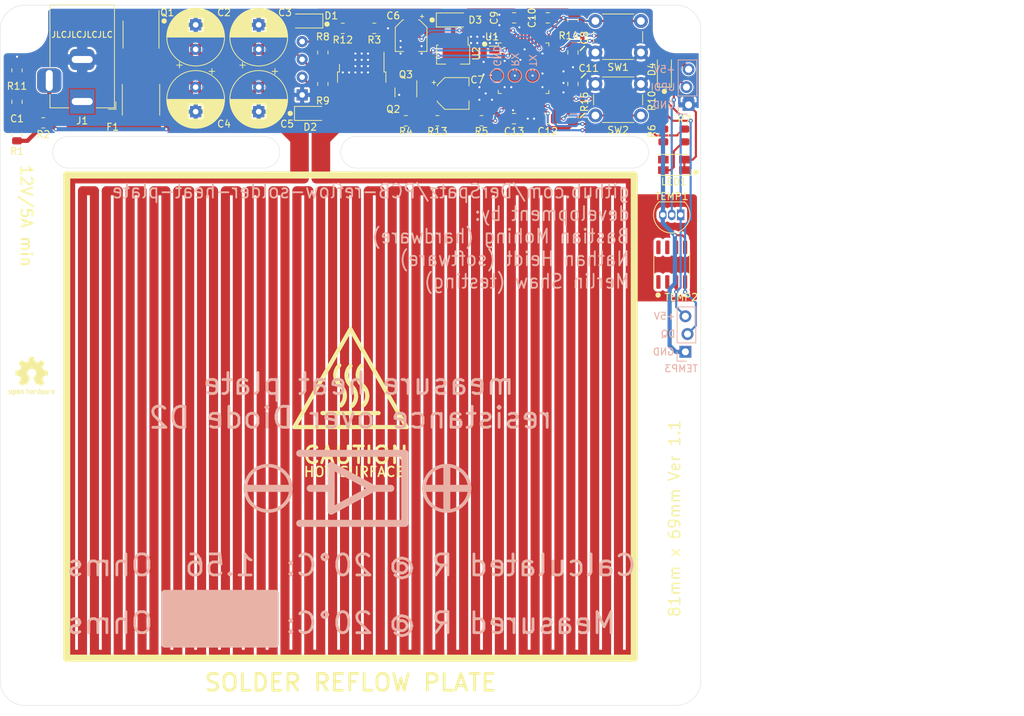
<source format=kicad_pcb>
(kicad_pcb (version 20211014) (generator pcbnew)
  (layers (0 "F.Cu" signal) (31 "B.Cu" signal) (34 "B.Paste" user) (35 "F.Paste" user) (36 "B.SilkS" user "B.Silkscreen") (37 "F.SilkS" user "F.Silkscreen") (38 "B.Mask" user) (39 "F.Mask" user) (44 "Edge.Cuts" user))
  (net 0 "")
  (net 1 "GND")
  (net 2 "+5V")
  (net 3 "VCC")
  (net 4 "/UPDI")
  (net 5 "/VCC-DIV")
  (net 6 "/I2C_SDA")
  (net 7 "/I2C_SCL")
  (net 8 "/GATE")
  (net 9 "HEATPLATE")
  (net 10 "Net-(C6-Pad1)")
  (net 11 "Net-(D2-Pad2)")
  (net 12 "Net-(F1-Pad1)")
  (net 14 "/TX0")
  (net 15 "/RX0")
  (net 27 "Net-(D4-Pad2)")
  (net 28 "Net-(LED1-Pad1)")
  (net 46 "Net-(Q2-Pad1)")
  (net 47 "Net-(Q3-Pad1)")
  (net 48 "Net-(LED1-Pad3)")
  (net 54 "Net-(C1-Pad2)")
  (net 55 "Net-(C1-Pad1)")
  (net 56 "Net-(J1-Pad3)")
  (net 57 "/SW_UP")
  (net 58 "/SW_DN")
  (net 59 "/TDATA_A")
  (net 60 "/TDATA_D")
  (net 61 "/LED_G")
  (net 62 "/LED_R")
  (footprint "Package_SO:SOIC-8_3.9x4.9mm_P1.27mm" (layer "F.Cu") (at 80.1 64.2 -90)
    (fp_text reference "Q1")
    (fp_text value "WSP4409A")
  )
  (footprint "Resistor_SMD:R_0805_2012Metric" (layer "F.Cu") (at 122.4 76.5)
    (fp_text reference "R13")
    (fp_text value "10k")
  )
  (footprint "Package_SO:SOIC-8_3.9x4.9mm_P1.27mm" (layer "F.Cu") (at 155.85 97.05 90)
    (fp_text reference "TEMP2")
    (fp_text value "DS18B20Z")
  )
  (footprint "Package_TO_SOT_SMD:SOT-23" (layer "F.Cu") (at 117.9 72.45 -90)
    (fp_text reference "Q3")
    (fp_text value "SS8050")
  )
  (footprint "Resistor_SMD:R_0805_2012Metric" (layer "F.Cu") (at 106.05 71.25 90)
    (fp_text reference "R9")
    (fp_text value "4k7")
  )
  (footprint "Capacitor_THT:CP_Radial_D8.0mm_P3.50mm" (layer "F.Cu") (at 96.9 71.7 -90)
    (fp_text reference "C5")
    (fp_text value "680u/16V")
  )
  (footprint "Button_Switch_THT:SW_PUSH_6mm" (layer "F.Cu") (at 144.95 62.25)
    (fp_text reference "SW1")
    (fp_text value "SW_Push")
  )
  (footprint "Resistor_SMD:R_0805_2012Metric" (layer "F.Cu") (at 154.65 78.6 -90)
    (fp_text reference "R6")
    (fp_text value "1k")
  )
  (footprint "Capacitor_SMD:CP_Elec_4x5.4" (layer "F.Cu") (at 118.65 64.35 -90)
    (fp_text reference "C6")
    (fp_text value "22u/16V")
  )
  (footprint "Package_TO_SOT_SMD:TO-252-2" (layer "F.Cu") (at 111.6 72 -90)
    (fp_text reference "Q2")
    (fp_text value "IRLR8726TRPBF")
  )
  (footprint "Package_TO_SOT_SMD:SOT-89-3" (layer "F.Cu") (at 124.65 66.75 -90)
    (fp_text reference "U2")
    (fp_text value "AMS1117-5.0")
  )
  (footprint "Connector_BarrelJack:BarrelJack_Horizontal" (layer "F.Cu") (at 71.7075 73.75 -90)
    (fp_text reference "J1")
    (fp_text value "Barrel_Jack_Switch")
  )
  (footprint "Diode_SMD:D_SOD-123" (layer "F.Cu") (at 103.8 62.25 180)
    (fp_text reference "D1")
    (fp_text value "B5819W")
  )
  (footprint "NetTie:NetTie-2_SMD_Pad1.3mm" (layer "F.Cu") (at 101.4 84.8 180)
    (fp_text reference "NT1" hide)
    (fp_text value "NetTie_2")
  )
  (footprint "Capacitor_THT:CP_Radial_D8.0mm_P3.50mm" (layer "F.Cu") (at 96.9 66.3 90)
    (fp_text reference "C3")
    (fp_text value "680u/16V")
  )
  (footprint "Resistor_SMD:R_0805_2012Metric" (layer "F.Cu") (at 154.65 74.4 90)
    (fp_text reference "R10")
    (fp_text value "10k")
  )
  (footprint "Resistor_SMD:R_0805_2012Metric" (layer "F.Cu") (at 157.65 78.6 -90)
    (fp_text reference "R7")
    (fp_text value "1k")
  )
  (footprint "Capacitor_SMD:C_0805_2012Metric" (layer "F.Cu") (at 138.15 76.2 180)
    (fp_text reference "C12")
    (fp_text value "100nF")
  )
  (footprint "Resistor_SMD:R_0805_2012Metric" (layer "F.Cu") (at 141.75 62.1 90)
    (fp_text reference "R14")
    (fp_text value "10k")
  )
  (footprint "Resistor_SMD:R_0805_2012Metric" (layer "F.Cu") (at 141.75 75.9 -90)
    (fp_text reference "R15")
    (fp_text value "10k")
  )
  (footprint "Button_Switch_THT:SW_PUSH_6mm" (layer "F.Cu") (at 151.45 75.75 180)
    (fp_text reference "SW2")
    (fp_text value "SW_Push")
  )
  (footprint "Package_QFP:TQFP-48_7x7mm_P0.5mm" (layer "F.Cu") (at 134.7 69)
    (fp_text reference "U1")
    (fp_text value "ATMEGA4809-AFR")
  )
  (footprint "Resistor_SMD:R_0805_2012Metric" (layer "F.Cu") (at 113.4 63.3)
    (fp_text reference "R3")
    (fp_text value "1k")
  )
  (footprint "Capacitor_SMD:CP_Elec_4x5.4" (layer "F.Cu") (at 124.65 72.6)
    (fp_text reference "C7")
    (fp_text value "22u/16V")
  )
  (footprint "Capacitor_THT:CP_Radial_D8.0mm_P3.50mm" (layer "F.Cu") (at 87.9 66.3 90)
    (fp_text reference "C2")
    (fp_text value "680u/16V")
  )
  (footprint "Diode_SMD:D_SOD-123" (layer "F.Cu") (at 124.5 62.1)
    (fp_text reference "D3")
    (fp_text value "B5819W")
  )
  (footprint "Capacitor_SMD:C_0805_2012Metric" (layer "F.Cu") (at 133.35 61.8 180)
    (fp_text reference "C9")
    (fp_text value "100nF")
  )
  (footprint "Capacitor_THT:CP_Radial_D8.0mm_P3.50mm" (layer "F.Cu") (at 87.9 71.7 -90)
    (fp_text reference "C4")
    (fp_text value "680u/16V")
  )
  (footprint "MountingHole:MountingHole_3.2mm_M3" (layer "F.Cu") (at 63.5 63.5)
    (fp_text reference "H1" hide)
    (fp_text value "M3")
  )
  (footprint "MountingHole:MountingHole_3.2mm_M3" (layer "F.Cu") (at 156.5 156.5)
    (fp_text reference "H4" hide)
    (fp_text value "M3")
  )
  (footprint "Capacitor_SMD:C_0805_2012Metric" (layer "F.Cu") (at 141.75 66.75 -90)
    (fp_text reference "C8")
    (fp_text value "470pF")
  )
  (footprint "Resistor_SMD:R_0805_2012Metric" (layer "F.Cu") (at 62.4 69.3 90)
    (fp_text reference "R11")
    (fp_text value "10k")
  )
  (footprint "User:0.91Inch-OLED-Module" (layer "F.Cu") (at 119.89 67.92)
    (fp_text reference "OLED1" hide)
    (fp_text value "SSD1306")
  )
  (footprint "Diode_SMD:D_SOD-123" (layer "F.Cu") (at 154.8 69.45 90)
    (fp_text reference "D4")
    (fp_text value "B5819W")
  )
  (footprint "Capacitor_SMD:C_0805_2012Metric" (layer "F.Cu") (at 138.15 61.8 180)
    (fp_text reference "C10")
    (fp_text value "100nF")
  )
  (footprint "Capacitor_SMD:C_0805_2012Metric" (layer "F.Cu") (at 133.35 76.2)
    (fp_text reference "C13")
    (fp_text value "100nF")
  )
  (footprint "Package_TO_SOT_THT:TO-92_Inline" (layer "F.Cu") (at 157.12 89.94 180)
    (fp_text reference "TEMP1")
    (fp_text value "LMT85")
  )
  (footprint "LED_SMD:LED_Avago_PLCC4_3.2x2.8mm_CW" (layer "F.Cu") (at 156.15 82.8 180)
    (fp_text reference "LED1")
    (fp_text value "RED/GREEN")
  )
  (footprint "Capacitor_SMD:C_0805_2012Metric" (layer "F.Cu") (at 141.75 71.25 -90)
    (fp_text reference "C11")
    (fp_text value "100nF")
  )
  (footprint "Resistor_SMD:R_0805_2012Metric" (layer "F.Cu") (at 128.7 76.5 180)
    (fp_text reference "R5")
    (fp_text value "1k")
  )
  (footprint "Resistor_SMD:R_0805_2012Metric" (layer "F.Cu") (at 117.9 76.5 180)
    (fp_text reference "R4")
    (fp_text value "4k7")
  )
  (footprint "Capacitor_SMD:C_0805_2012Metric" (layer "F.Cu") (at 62.4 73.8 90)
    (fp_text reference "C1")
    (fp_text value "10u")
  )
  (footprint "Resistor_SMD:R_0805_2012Metric" (layer "F.Cu") (at 106.05 66.75 90)
    (fp_text reference "R8")
    (fp_text value "4k7")
  )
  (footprint "MountingHole:MountingHole_3.2mm_M3" (layer "F.Cu") (at 63.5 156.5)
    (fp_text reference "H3" hide)
    (fp_text value "M3")
  )
  (footprint "Symbol:OSHW-Logo2_7.3x6mm_SilkScreen" (layer "F.Cu") (at 64.5 113)
    (fp_text reference "LOGO1" hide)
    (fp_text value "Logo_Open_Hardware_Small" hide)
  )
  (footprint "Diode_SMD:D_SOD-123" (layer "F.Cu") (at 104.25 75.45)
    (fp_text reference "D2")
    (fp_text value "B5819W")
  )
  (footprint "Resistor_SMD:R_0805_2012Metric" (layer "F.Cu") (at 66.15 76.8)
    (fp_text reference "R2")
    (fp_text value "47")
  )
  (footprint "MountingHole:MountingHole_3.2mm_M3" (layer "F.Cu") (at 156.5 63.5)
    (fp_text reference "H2" hide)
    (fp_text value "M3")
  )
  (footprint "NetTie:NetTie-2_SMD_Pad1.3mm" (layer "F.Cu") (at 107.1 84.8)
    (fp_text reference "NT2" hide)
    (fp_text value "NetTie_2")
  )
  (footprint "Fuse:Fuse_2920_7451Metric" (layer "F.Cu") (at 80.1 73.5 90)
    (fp_text reference "F1")
    (fp_text value "5A")
  )
  (footprint "Resistor_SMD:R_0805_2012Metric" (layer "F.Cu") (at 62.4 78.45 90)
    (fp_text reference "R1")
    (fp_text value "47")
  )
  (footprint "Resistor_SMD:R_0805_2012Metric" (layer "F.Cu") (at 108.9 63.3)
    (fp_text reference "R12")
    (fp_text value "10k")
  )
  (footprint "Connector_PinHeader_2.54mm:PinHeader_1x03_P2.54mm_Vertical" (layer "B.Cu") (at 158.1 74.23)
    (fp_text reference "UPDI1" hide)
    (fp_text value "1x03_2.54mm")
  )
  (footprint "TestPoint:TestPoint_Pad_D1.5mm" (layer "B.Cu") (at 130.91 70.05)
    (fp_text reference "TP3" hide)
    (fp_text value "TestPoint")
  )
  (footprint "Connector_PinHeader_2.54mm:PinHeader_1x03_P2.54mm_Vertical" (layer "B.Cu") (at 157.95 109.5)
    (fp_text reference "TEMP3")
    (fp_text value "Ext. 1-Wire")
  )
  (footprint "TestPoint:TestPoint_Pad_D1.5mm" (layer "B.Cu") (at 135.99 70.05)
    (fp_text reference "TP1" hide)
    (fp_text value "TestPoint")
  )
  (footprint "TestPoint:TestPoint_Pad_D1.5mm" (layer "B.Cu") (at 133.45 70.05)
    (fp_text reference "TP2" hide)
    (fp_text value "TestPoint")
  )
  (gr_line (start 107.25 129) (end 104.25 129) (layer "B.SilkS") (width 1))
  (gr_line (start 117.75 134) (end 102.75 134) (layer "B.SilkS") (width 1))
  (gr_line (start 126.75 129) (end 120.75 129) (layer "B.SilkS") (width 1))
  (gr_line (start 117.75 134) (end 117.75 124) (layer "B.SilkS") (width 1))
  (gr_line (start 117.75 124) (end 102.75 124) (layer "B.SilkS") (width 1))
  (gr_circle (center 98.25 129) (end 95 129) (layer "B.SilkS") (width 0.5) (fill none))
  (gr_circle (center 123.75 129) (end 120.5 129) (layer "B.SilkS") (width 0.5) (fill none))
  (gr_line (start 107.25 125.75) (end 113.25 129) (layer "B.SilkS") (width 1))
  (gr_line (start 101.25 129) (end 95.25 129) (layer "B.SilkS") (width 1))
  (gr_line (start 107.25 132.25) (end 107.25 125.75) (layer "B.SilkS") (width 1))
  (gr_line (start 112.75 129) (end 115.75 129) (layer "B.SilkS") (width 1))
  (gr_line (start 123.75 132) (end 123.75 126) (layer "B.SilkS") (width 1))
  (gr_line (start 113.25 129) (end 107.25 132.25) (layer "B.SilkS") (width 1))
  (gr_rect (start 83.5 144) (end 99.25 151.25) (layer "B.SilkS") (width 1) (fill solid))
  (gr_arc (start 108.4 114.181) (mid 107.981618 113.55435) (end 107.834891 112.815293) (layer "F.SilkS") (width 0.6))
  (gr_arc (start 108.634 114.416) (mid 109.052458 115.042267) (end 109.199402 115.781) (layer "F.SilkS") (width 0.6))
  (gr_line locked (start 102 120.25) (end 110 106.25) (layer "F.SilkS") (width 0.6))
  (gr_line locked (start 110 114.25) (end 110.234 114.484) (layer "F.SilkS") (width 0.6))
  (gr_line locked (start 102 120.25) (end 118 120.25) (layer "F.SilkS") (width 0.6))
  (gr_circle (center 121.65 62.1) (end 121.95 62.1) (layer "F.SilkS") (width 0.15) (fill solid))
  (gr_arc (start 111.6 114.181) (mid 111.181618 113.55435) (end 111.034891 112.815293) (layer "F.SilkS") (width 0.6))
  (gr_circle (center 101.4 75.45) (end 101.7 75.45) (layer "F.SilkS") (width 0.15) (fill solid))
  (gr_arc (start 110 114.25) (mid 109.581235 113.623274) (end 109.434184 112.884) (layer "F.SilkS") (width 0.6))
  (gr_arc (start 110.8 115.85) (mid 110.653011 116.588962) (end 110.234423 117.215423) (layer "F.SilkS") (width 0.6))
  (gr_line (start 142.8 76.05) (end 143.4 75.45) (layer "F.SilkS") (width 0.2))
  (gr_circle (center 159.3 83.85) (end 159.6 83.85) (layer "F.SilkS") (width 0.15) (fill solid))
  (gr_line (start 69.5 84.25) (end 69.5 153.25) (layer "F.SilkS") (width 1))
  (gr_arc (start 109.2 115.781) (mid 109.053011 116.519962) (end 108.634423 117.146423) (layer "F.SilkS") (width 0.6))
  (gr_arc (start 107.834 112.816) (mid 107.981065 112.076656) (end 108.39987 111.44987) (layer "F.SilkS") (width 0.6))
  (gr_circle (center 153.9 101.4) (end 154.2 101.4) (layer "F.SilkS") (width 0.15) (fill solid))
  (gr_arc (start 110.234 114.484) (mid 110.652841 115.110344) (end 110.800109 115.849293) (layer "F.SilkS") (width 0.6))
  (gr_line (start 142.8 66.45) (end 143.4 65.85) (layer "F.SilkS") (width 0.2))
  (gr_circle (center 154.8 72.3) (end 155.1 72.3) (layer "F.SilkS") (width 0.15) (fill solid))
  (gr_arc (start 111.834 114.416) (mid 112.252458 115.042267) (end 112.399402 115.781) (layer "F.SilkS") (width 0.6))
  (gr_arc (start 112.4 115.781) (mid 112.253011 116.519962) (end 111.834423 117.146423) (layer "F.SilkS") (width 0.6))
  (gr_line locked (start 106 118.25) (end 114 118.25) (layer "F.SilkS") (width 0.6))
  (gr_line (start 150.5 84.25) (end 69.5 84.25) (layer "F.SilkS") (width 1))
  (gr_circle (center 129.15 65.55) (end 129.45 65.55) (layer "F.SilkS") (width 0.15) (fill solid))
  (gr_arc (start 111.034 112.816) (mid 111.181065 112.076656) (end 111.59987 111.44987) (layer "F.SilkS") (width 0.6))
  (gr_arc (start 109.434 112.884) (mid 109.581065 112.144656) (end 109.99987 111.51787) (layer "F.SilkS") (width 0.6))
  (gr_circle (center 106.65 62.7) (end 106.95 62.7) (layer "F.SilkS") (width 0.15) (fill solid))
  (gr_line locked (start 110 106.25) (end 118 120.25) (layer "F.SilkS") (width 0.6))
  (gr_line (start 150.5 153.25) (end 69.5 153.25) (layer "F.SilkS") (width 1))
  (gr_line locked (start 108.4 114.181) (end 108.634 114.416) (layer "F.SilkS") (width 0.6))
  (gr_line (start 150.5 84.25) (end 150.5 153.25) (layer "F.SilkS") (width 1))
  (gr_line (start 142.95 70.35) (end 143.55 69.75) (layer "F.SilkS") (width 0.2))
  (gr_line locked (start 111.6 114.181) (end 111.834 114.416) (layer "F.SilkS") (width 0.6))
  (gr_circle (center 83.4 62.25) (end 83.7 62.25) (layer "F.SilkS") (width 0.15) (fill solid))
  (gr_arc (start 156.5 60) (mid 158.974874 61.025126) (end 160 63.5) (layer "Edge.Cuts") (width 0.05))
  (gr_line (start 60 156.5) (end 60 63.5) (layer "Edge.Cuts") (width 0.05))
  (gr_arc (start 69.75 83.25) (mid 67.5 81) (end 69.75 78.75) (layer "Edge.Cuts") (width 0.05))
  (gr_line (start 97.65 78.75) (end 69.75 78.75) (layer "Edge.Cuts") (width 0.05))
  (gr_arc (start 63.5 160) (mid 61.025126 158.974874) (end 60 156.5) (layer "Edge.Cuts") (width 0.05))
  (gr_arc (start 110.85 83.25) (mid 108.6 81) (end 110.85 78.75) (layer "Edge.Cuts") (width 0.05))
  (gr_arc (start 160 156.5) (mid 158.974874 158.974874) (end 156.5 160) (layer "Edge.Cuts") (width 0.05))
  (gr_line (start 156.5 160) (end 63.5 160) (layer "Edge.Cuts") (width 0.05))
  (gr_line (start 69.75 83.25) (end 97.65 83.25) (layer "Edge.Cuts") (width 0.05))
  (gr_arc (start 150.3 78.75) (mid 152.55 81) (end 150.3 83.25) (layer "Edge.Cuts") (width 0.05))
  (gr_line (start 150.3 83.25) (end 110.85 83.25) (layer "Edge.Cuts") (width 0.05))
  (gr_arc (start 60 63.5) (mid 61.025126 61.025126) (end 63.5 60) (layer "Edge.Cuts") (width 0.05))
  (gr_line (start 63.5 60) (end 156.5 60) (layer "Edge.Cuts") (width 0.05))
  (gr_line (start 110.85 78.75) (end 150.3 78.75) (layer "Edge.Cuts") (width 0.05))
  (gr_arc (start 97.65 78.75) (mid 99.9 81) (end 97.65 83.25) (layer "Edge.Cuts") (width 0.05))
  (gr_line (start 160 63.5) (end 160 156.5) (layer "Edge.Cuts") (width 0.05))
  (gr_text "github.com/DerSpatz/PCB-reflow-solder-heat-plate\ndevelopment by:\nBastian Mohing (hardware)\nNathan Heidt (software)\nMerlin Shaw (testing)" (at 150 93) (layer "B.SilkS") (effects (font (size 2 1.8) (thickness 0.25)) (justify left mirror)))
  (gr_text "GND" (at 130.91 68.85 270) (layer "B.SilkS") (effects (font (size 1 1)) (justify left mirror)))
  (gr_text "TX" (at 135.99 68.85 270) (layer "B.SilkS") (effects (font (size 1 1)) (justify left mirror)))
  (gr_text "DQ" (at 156.45 106.95) (layer "B.SilkS") (effects (font (size 1 1)) (justify left mirror)))
  (gr_text "RX" (at 133.45 68.85 270) (layer "B.SilkS") (effects (font (size 1 1)) (justify left mirror)))
  (gr_text "+5V" (at 156.45 69.15) (layer "B.SilkS") (effects (font (size 1 1)) (justify left mirror)))
  (gr_text "1.56  Ohms" (at 69.25 140) (layer "B.SilkS") (effects (font (size 3 3) (thickness 0.4)) (justify right mirror)))
  (gr_text "Measured R @ 20°C:" (at 100.5 148.25) (layer "B.SilkS") (effects (font (size 3 3) (thickness 0.4)) (justify right mirror)))
  (gr_text "Calculated R @ 20°C:" (at 100.5 140) (layer "B.SilkS") (effects (font (size 3 3) (thickness 0.4)) (justify right mirror)))
  (gr_text "GND" (at 156.3 74.25) (layer "B.SilkS") (effects (font (size 1 1)) (justify left mirror)))
  (gr_text "measure heat plate \nresistance over Diode D2" (at 110 116.5) (layer "B.SilkS") (effects (font (size 3 3) (thickness 0.4)) (justify mirror)))
  (gr_text "GND" (at 156.3 109.5) (layer "B.SilkS") (effects (font (size 1 1)) (justify left mirror)))
  (gr_text "UPDI" (at 156.45 71.7) (layer "B.SilkS") (effects (font (size 1 1)) (justify left mirror)))
  (gr_text "Ohms" (at 69.25 148.25) (layer "B.SilkS") (effects (font (size 3 3) (thickness 0.4)) (justify right mirror)))
  (gr_text "+5V" (at 156.45 104.4) (layer "B.SilkS") (effects (font (size 1 1)) (justify left mirror)))
  (gr_text "Ver 1.1" (at 156.25 128.1 90) (layer "F.SilkS") (effects (font (size 1.6 1.6) (thickness 0.2)) (justify left)))
  (gr_text "CAUTION" (at 103 124.25) (layer "F.SilkS") (effects (font (size 2.4 2.4) (thickness 0.4)) (justify left)))
  (gr_text "12V/5A min" (at 63.75 82.65 270) (layer "F.SilkS") (effects (font (size 1.6 1.6) (thickness 0.25)) (justify left)))
  (gr_text "HOT SURFACE" (at 103.2 126.65) (layer "F.SilkS") (effects (font (size 1.4 1.4) (thickness 0.24)) (justify left)))
  (gr_text "JLCJLCJLCJLC" (at 71.7 64.2) (layer "F.SilkS") (effects (font (size 0.85 0.85))))
  (gr_text "81mm x 69mm" (at 156.25 147.5 90) (layer "F.SilkS") (effects (font (size 1.6 1.6) (thickness 0.2)) (justify left)))
  (gr_text "SOLDER REFLOW PLATE" (at 110 156.75) (layer "F.SilkS") (effects (font (size 2.4 2.4) (thickness 0.4))))
  (segment (start 133.8 76.2) (end 134.3 76.2) (width 0.6) (layer "F.Cu") (net 1))
  (segment (start 138.8625 69.75) (end 140.1 69.75) (width 0.3) (layer "F.Cu") (net 1))
  (segment (start 133.2 75) (end 132.95 74.75) (width 0.3) (layer "F.Cu") (net 1))
  (segment (start 134.85 66.3) (end 134.45 65.9) (width 0.3) (layer "F.Cu") (net 1))
  (segment (start 134.1 63.15) (end 134.45 63.5) (width 0.3) (layer "F.Cu") (net 1))
  (segment (start 157.755 93.255) (end 157.755 94.575) (width 0.3) (layer "F.Cu") (net 1))
  (segment (start 159.3 75.2776) (end 159.3 81.6) (width 0.3) (layer "F.Cu") (net 1))
  (segment (start 134.3 76.1) (end 134.3 76.2) (width 0.6) (layer "F.Cu") (net 1))
  (segment (start 114.3125 63.3) (end 115.35 63.3) (width 0.6) (layer "F.Cu") (net 1))
  (segment (start 156.3 92.85) (end 157.35 92.85) (width 0.3) (layer "F.Cu") (net 1))
  (segment (start 134.45 63.5) (end 134.45 64.8375) (width 0.3) (layer "F.Cu") (net 1))
  (segment (start 137.2 61.8) (end 136.05 61.8) (width 0.6) (layer "F.Cu") (net 1))
  (segment (start 132.95 74.75) (end 132.95 73.1625) (width 0.3) (layer "F.Cu") (net 1))
  (segment (start 159.3 81.6) (end 158.85 82.05) (width 0.3) (layer "F.Cu") (net 1))
  (segment (start 134.45 65.9) (end 134.45 64.8375) (width 0.3) (layer "F.Cu") (net 1))
  (segment (start 141.75 67.7) (end 141.75 68.85) (width 0.6) (layer "F.Cu") (net 1))
  (segment (start 133.5 75.9) (end 133.8 76.2) (width 0.6) (layer "F.Cu") (net 1))
  (segment (start 140.1 69.75) (end 140.4 69.45) (width 0.3) (layer "F.Cu") (net 1))
  (segment (start 157.65 83.55) (end 157.65 82.05) (width 0.3) (layer "F.Cu") (net 1))
  (segment (start 133.2 75) (end 134.3 76.1) (width 0.6) (layer "F.Cu") (net 1))
  (segment (start 116.95 71.5125) (end 116.95 72.8) (width 0.6) (layer "F.Cu") (net 1))
  (segment (start 158.85 82.05) (end 157.65 82.05) (width 0.3) (layer "F.Cu") (net 1))
  (segment (start 138.8625 69.75) (end 137.4 69.75) (width 0.3) (layer "F.Cu") (net 1))
  (segment (start 158.2524 74.23) (end 159.3 75.2776) (width 0.3) (layer "F.Cu") (net 1))
  (segment (start 62.4 68.3875) (end 62.4 67.35) (width 0.3) (layer "F.Cu") (net 1))
  (segment (start 133.2 75) (end 133.5 75.3) (width 0.6) (layer "F.Cu") (net 1))
  (segment (start 132.95 73.1625) (end 132.95 71.7) (width 0.3) (layer "F.Cu") (net 1))
  (segment (start 157.35 92.85) (end 157.755 93.255) (width 0.3) (layer "F.Cu") (net 1))
  (segment (start 133.5 75.3) (end 133.5 75.9) (width 0.6) (layer "F.Cu") (net 1))
  (via (at 111.6 67.8) (size 0.6) (drill 0.3) (layers "F.Cu" "B.Cu") (net 1))
  (via (at 116.95 72.8) (size 0.6) (drill 0.3) (layers "F.Cu" "B.Cu") (net 1))
  (via (at 127.2 65.4) (size 0.6) (drill 0.3) (layers "F.Cu" "B.Cu") (net 1))
  (via (at 133.2 75) (size 0.6) (drill 0.3) (layers "F.Cu" "B.Cu") (net 1))
  (via (at 129 65.4) (size 0.6) (drill 0.3) (layers "F.Cu" "B.Cu") (net 1))
  (via (at 129 69.9) (size 0.6) (drill 0.3) (layers "F.Cu" "B.Cu") (net 1))
  (via (at 110.7 69.6) (size 0.6) (drill 0.3) (layers "F.Cu" "B.Cu") (net 1))
  (via (at 112.5 69.6) (size 0.6) (drill 0.3) (layers "F.Cu" "B.Cu") (net 1))
  (via (at 135.3 76.2) (size 0.6) (drill 0.3) (layers "F.Cu" "B.Cu") (net 1))
  (via (at 137.4 69.75) (size 0.6) (drill 0.3) (layers "F.Cu" "B.Cu") (net 1))
  (via (at 130.8 65.4) (size 0.6) (drill 0.3) (layers "F.Cu" "B.Cu") (net 1))
  (via (at 134.1 63.15) (size 0.6) (drill 0.3) (layers "F.Cu" "B.Cu") (net 1))
  (via (at 137.4 66.9) (size 0.6) (drill 0.3) (layers "F.Cu" "B.Cu") (net 1))
  (via (at 141.75 68.85) (size 0.6) (drill 0.3) (layers "F.Cu" "B.Cu") (net 1))
  (via (at 120.15 65.85) (size 0.6) (drill 0.3) (layers "F.Cu" "B.Cu") (net 1))
  (via (at 117.15 66) (size 0.6) (drill 0.3) (layers "F.Cu" "B.Cu") (net 1))
  (via (at 134.25 67.8) (size 0.6) (drill 0.3) (layers "F.Cu" "B.Cu") (net 1))
  (via (at 115.35 63.3) (size 0.6) (drill 0.3) (layers "F.Cu" "B.Cu") (net 1))
  (via (at 110.7 66.9) (size 0.6) (drill 0.3) (layers "F.Cu" "B.Cu") (net 1))
  (via (at 127.2 64.5) (size 0.6) (drill 0.3) (layers "F.Cu" "B.Cu") (net 1))
  (via (at 134.85 66.3) (size 0.6) (drill 0.3) (layers "F.Cu" "B.Cu") (net 1))
  (via (at 117.15 66.9) (size 0.6) (drill 0.3) (layers "F.Cu" "B.Cu") (net 1))
  (via (at 137.4 71.7) (size 0.6) (drill 0.3) (layers "F.Cu" "B.Cu") (net 1))
  (via (at 111.6 66.9) (size 0.6) (drill 0.3) (layers "F.Cu" "B.Cu") (net 1))
  (via (at 117.15 65.1) (size 0.6) (drill 0.3) (layers "F.Cu" "B.Cu") (net 1))
  (via (at 132 67.95) (size 0.6) (drill 0.3) (layers "F.Cu" "B.Cu") (net 1))
  (via (at 136.05 61.8) (size 0.6) (drill 0.3) (layers "F.Cu" "B.Cu") (net 1))
  (via (at 62.4 67.35) (size 0.6) (drill 0.3) (layers "F.Cu" "B.Cu") (net 1))
  (via (at 111.6 68.7) (size 0.6) (drill 0.3) (layers "F.Cu" "B.Cu") (net 1))
  (via (at 128.1 65.4) (size 0.6) (drill 0.3) (layers "F.Cu" "B.Cu") (net 1))
  (via (at 140.4 72.45) (size 0.6) (drill 0.3) (layers "F.Cu" "B.Cu") (net 1))
  (via (at 129 68.1) (size 0.6) (drill 0.3) (layers "F.Cu" "B.Cu") (net 1))
  (via (at 129.9 65.4) (size 0.6) (drill 0.3) (layers "F.Cu" "B.Cu") (net 1))
  (via (at 112.5 68.7) (size 0.6) (drill 0.3) (layers "F.Cu" "B.Cu") (net 1))
  (via (at 131.25 62.85) (size 0.6) (drill 0.3) (layers "F.Cu" "B.Cu") (net 1))
  (via (at 128.4 71.7) (size 0.6) (drill 0.3) (layers "F.Cu" "B.Cu") (net 1))
  (via (at 111.6 69.6) (size 0.6) (drill 0.3) (layers "F.Cu" "B.Cu") (net 1))
  (via (at 128.4 73.5) (size 0.6) (drill 0.3) (layers "F.Cu" "B.Cu") (net 1))
  (via (at 140.4 71.1) (size 0.6) (drill 0.3) (layers "F.Cu" "B.Cu") (net 1))
  (via (at 110.7 67.8) (size 0.6) (drill 0.3) (layers "F.Cu" "B.Cu") (net 1))
  (via (at 129.3 72.6) (size 0.6) (drill 0.3) (layers "F.Cu" "B.Cu") (net 1))
  (via (at 109.8 69.6) (size 0.6) (drill 0.3) (layers "F.Cu" "B.Cu") (net 1))
  (via (at 132.95 71.7) (size 0.6) (drill 0.3) (layers "F.Cu" "B.Cu") (net 1))
  (via (at 112.5 66.9) (size 0.6) (drill 0.3) (layers "F.Cu" "B.Cu") (net 1))
  (via (at 108.9 69.6) (size 0.6) (drill 0.3) (layers "F.Cu" "B.Cu") (net 1))
  (via (at 130.8 64.5) (size 0.6) (drill 0.3) (layers "F.Cu" "B.Cu") (net 1))
  (via (at 130.2 73.5) (size 0.6) (drill 0.3) (layers "F.Cu" "B.Cu") (net 1))
  (via (at 140.4 69.45) (size 0.6) (drill 0.3) (layers "F.Cu" "B.Cu") (net 1))
  (via (at 132 71.7) (size 0.6) (drill 0.3) (layers "F.Cu" "B.Cu") (net 1))
  (via (at 131.25 61.35) (size 0.6) (drill 0.3) (layers "F.Cu" "B.Cu") (net 1))
  (via (at 156.3 92.85) (size 0.6) (drill 0.3) (layers "F.Cu" "B.Cu") (net 1))
  (via (at 120.15 66.9) (size 0.6) (drill 0.3) (layers "F.Cu" "B.Cu") (net 1))
  (via (at 110.7 68.7) (size 0.6) (drill 0.3) (layers "F.Cu" "B.Cu") (net 1))
  (via (at 129.9 64.5) (size 0.6) (drill 0.3) (layers "F.Cu" "B.Cu") (net 1))
  (via (at 136.2 76.2) (size 0.6) (drill 0.3) (layers "F.Cu" "B.Cu") (net 1))
  (via (at 112.5 67.8) (size 0.6) (drill 0.3) (layers "F.Cu" "B.Cu") (net 1))
  (via (at 128.1 64.5) (size 0.6) (drill 0.3) (layers "F.Cu" "B.Cu") (net 1))
  (via (at 129 64.5) (size 0.6) (drill 0.3) (layers "F.Cu" "B.Cu") (net 1))
  (segment (start 155.55 100.5) (end 155.55 108.6) (width 0.6) (layer "B.Cu") (net 1))
  (segment (start 154.58 91.13) (end 156.3 92.85) (width 0.6) (layer "B.Cu") (net 1))
  (segment (start 156.45 109.5) (end 157.7976 109.5) (width 0.6) (layer "B.Cu") (net 1))
  (segment (start 155.55 108.6) (end 156.45 109.5) (width 0.6) (layer "B.Cu") (net 1))
  (segment (start 154.6 89.92) (end 154.6 77.2) (width 0.6) (layer "B.Cu") (net 1))
  (segment (start 156.3 99.75) (end 155.55 100.5) (width 0.6) (layer "B.Cu") (net 1))
  (segment (start 156.3 92.85) (end 156.3 99.75) (width 0.6) (layer "B.Cu") (net 1))
  (segment (start 154.58 89.94) (end 154.58 91.13) (width 0.6) (layer "B.Cu") (net 1))
  (segment (start 125.25 62.1) (end 126.15 62.1) (width 0.6) (layer "F.Cu") (net 2))
  (segment (start 143.1 69) (end 143.1 62.25) (width 0.6) (layer "F.Cu") (net 2))
  (segment (start 142.1875 61.3375) (end 142.0375 61.3375) (width 0.6) (layer "F.Cu") (net 2))
  (segment (start 107.55 67.05) (end 108.45 66.15) (width 0.3) (layer "F.Cu") (net 2))
  (segment (start 107.55 71.7) (end 107.0875 72.1625) (width 0.3) (layer "F.Cu") (net 2))
  (segment (start 131.55 76.2) (end 130.35 75) (width 0.6) (layer "F.Cu") (net 2))
  (segment (start 108.45 66.15) (end 114.75 66.15) (width 0.3) (layer "F.Cu") (net 2))
  (segment (start 114.75 66.15) (end 115.2 66.6) (width 0.3) (layer "F.Cu") (net 2))
  (segment (start 134.3 61.55) (end 133.35 60.6) (width 0.3) (layer "F.Cu") (net 2))
  (segment (start 151.99998 69.3) (end 153.79998 71.1) (width 0.6) (layer "F.Cu") (net 2))
  (segment (start 141 60.6) (end 135.3 60.6) (width 0.3) (layer "F.Cu") (net 2))
  (segment (start 143.1 62.25) (end 142.1875 61.3375) (width 0.6) (layer "F.Cu") (net 2))
  (segment (start 124.65 65.1875) (end 124.65 62.7) (width 0.6) (layer "F.Cu") (net 2))
  (segment (start 141.75 70.3) (end 143 70.3) (width 0.3) (layer "F.Cu") (net 2))
  (segment (start 130.35 75) (end 129.3 75) (width 0.6) (layer "F.Cu") (net 2))
  (segment (start 153.79998 71.1) (end 154.8 71.1) (width 0.6) (layer "F.Cu") (net 2))
  (segment (start 138.8625 70.25) (end 141.7 70.25) (width 0.3) (layer "F.Cu") (net 2))
  (segment (start 133.5 77.55) (end 141.0125 77.55) (width 0.6) (layer "F.Cu") (net 2))
  (segment (start 107.0875 72.1625) (end 106.05 72.1625) (width 0.3) (layer "F.Cu") (net 2))
  (segment (start 141.8875 76.8125) (end 143.1 75.6) (width 0.6) (layer "F.Cu") (net 2))
  (segment (start 154.8 73.3375) (end 154.8 71.1) (width 0.6) (layer "F.Cu") (net 2))
  (segment (start 107.5375 67.6625) (end 107.55 67.65) (width 0.3) (layer "F.Cu") (net 2))
  (segment (start 141.0125 77.55) (end 141.75 76.8125) (width 0.6) (layer "F.Cu") (net 2))
  (segment (start 135.3 60.6) (end 134.3 61.6) (width 0.3) (layer "F.Cu") (net 2))
  (segment (start 132.4 76.2) (end 131.55 76.2) (width 0.6) (layer "F.Cu") (net 2))
  (segment (start 126.15 61.2) (end 126.15 62.1) (width 0.3) (layer "F.Cu") (net 2))
  (segment (start 134.95 62.7) (end 134.3 62.05) (width 0.3) (layer "F.Cu") (net 2))
  (segment (start 143.1 70.2) (end 143.1 69) (width 0.6) (layer "F.Cu") (net 2))
  (segment (start 143.1 75.6) (end 143.1 70.2) (width 0.6) (layer "F.Cu") (net 2))
  (segment (start 156.485 99.525) (end 156.485 100.95) (width 0.3) (layer "F.Cu") (net 2))
  (segment (start 104.9925 72.1625) (end 103.1 70.27) (width 0.3) (layer "F.Cu") (net 2))
  (segment (start 133.35 60.6) (end 126.75 60.6) (width 0.3) (layer "F.Cu") (net 2))
  (segment (start 106.05 67.6625) (end 107.5375 67.6625) (width 0.3) (layer "F.Cu") (net 2))
  (segment (start 157.12 75.75) (end 154.8575 73.4875) (width 0.3) (layer "F.Cu") (net 2))
  (segment (start 106.05 72.1625) (end 104.9925 72.1625) (width 0.3) (layer "F.Cu") (net 2))
  (segment (start 124.65 62.7) (end 125.25 62.1) (width 0.6) (layer "F.Cu") (net 2))
  (segment (start 132.4 76.45) (end 133.5 77.55) (width 0.6) (layer "F.Cu") (net 2))
  (segment (start 132.45 73.1625) (end 132.45 76.15) (width 0.3) (layer "F.Cu") (net 2))
  (segment (start 107.55 67.65) (end 107.55 71.7) (width 0.3) (layer "F.Cu") (net 2))
  (segment (start 126.75 60.6) (end 126.15 61.2) (width 0.3) (layer "F.Cu") (net 2))
  (segment (start 134.95 64.8375) (end 134.95 62.7) (width 0.3) (layer "F.Cu") (net 2))
  (segment (start 107.55 67.65) (end 107.55 67.05) (width 0.3) (layer "F.Cu") (net 2))
  (segment (start 141.5875 61.1875) (end 141 60.6) (width 0.3) (layer "F.Cu") (net 2))
  (segment (start 143.1 69.3) (end 151.99998 69.3) (width 0.6) (layer "F.Cu") (net 2))
  (segment (start 115.2 66.6) (end 115.2 68.1) (width 0.3) (layer "F.Cu") (net 2))
  (segment (start 143 70.3) (end 143.1 70.2) (width 0.3) (layer "F.Cu") (net 2))
  (via (at 156.485 100.95) (size 0.6) (drill 0.3) (layers "F.Cu" "B.Cu") (net 2))
  (via (at 157.12 75.75) (size 0.6) (drill 0.3) (layers "F.Cu" "B.Cu") (net 2))
  (segment (start 157.12 75.75) (end 157.12 89.94) (width 0.3) (layer "B.Cu") (net 2))
  (segment (start 156.485 100.95) (end 156.485 103.1074) (width 0.3) (layer "B.Cu") (net 2))
  (segment (start 157.12 90.51) (end 157.12 100.315) (width 0.3) (layer "B.Cu") (net 2))
  (segment (start 156.485 103.1074) (end 157.7976 104.42) (width 0.3) (layer "B.Cu") (net 2))
  (segment (start 157.12 100.315) (end 156.485 100.95) (width 0.3) (layer "B.Cu") (net 2))
  (segment (start 108.15 70.8) (end 108.15 72) (width 0.3) (layer "F.Cu") (net 3))
  (segment (start 108.6 70.35) (end 108.15 70.8) (width 0.3) (layer "F.Cu") (net 3))
  (segment (start 116.9875 76.5) (end 116.1 76.5) (width 0.3) (layer "F.Cu") (net 3))
  (segment (start 102.3 84.8) (end 103.4 84.8) (width 1.3) (layer "F.Cu") (net 3))
  (segment (start 108.15 72) (end 106.95 73.2) (width 0.3) (layer "F.Cu") (net 3))
  (segment (start 116.1 76.5) (end 115.65 76.05) (width 0.3) (layer "F.Cu") (net 3))
  (segment (start 67.0625 76.8125) (end 67.95 77.7) (width 0.6) (layer "F.Cu") (net 3))
  (segment (start 106.95 73.2) (end 105.4 73.2) (width 0.3) (layer "F.Cu") (net 3))
  (segment (start 115.65 71.25) (end 114.75 70.35) (width 0.3) (layer "F.Cu") (net 3))
  (segment (start 115.65 76.05) (end 115.65 71.25) (width 0.3) (layer "F.Cu") (net 3))
  (segment (start 114.75 70.35) (end 108.6 70.35) (width 0.3) (layer "F.Cu") (net 3))
  (via (at 67.95 77.7) (size 0.6) (drill 0.3) (layers "F.Cu" "B.Cu") (net 3))
  (via (at 83.7 77.7) (size 0.6) (drill 0.3) (layers "F.Cu" "B.Cu") (net 3))
  (segment (start 83.7 77.7) (end 67.95 77.7) (width 0.6) (layer "B.Cu") (net 3))
  (segment (start 139.2 63) (end 135.9 63) (width 0.3) (layer "F.Cu") (net 4))
  (segment (start 140.55 64.35) (end 139.2 63) (width 0.3) (layer "F.Cu") (net 4))
  (segment (start 153 65.85) (end 151.5 64.35) (width 0.3) (layer "F.Cu") (net 4))
  (segment (start 135.9 63) (end 135.45 63.45) (width 0.3) (layer "F.Cu") (net 4))
  (segment (start 157.9476 71.69) (end 155.1076 68.85) (width 0.3) (layer "F.Cu") (net 4))
  (segment (start 135.45 63.45) (end 135.45 64.8375) (width 0.3) (layer "F.Cu") (net 4))
  (segment (start 153.75 68.85) (end 153 68.1) (width 0.3) (layer "F.Cu") (net 4))
  (segment (start 142.2 64.35) (end 140.55 64.35) (width 0.3) (layer "F.Cu") (net 4))
  (segment (start 153 68.1) (end 153 65.85) (width 0.3) (layer "F.Cu") (net 4))
  (segment (start 151.5 64.35) (end 144.75 64.35) (width 0.3) (layer "F.Cu") (net 4))
  (segment (start 155.1076 68.85) (end 153.75 68.85) (width 0.3) (layer "F.Cu") (net 4))
  (via (at 142.2 64.35) (size 0.6) (drill 0.3) (layers "F.Cu" "B.Cu") (net 4))
  (via (at 144.75 64.35) (size 0.6) (drill 0.3) (layers "F.Cu" "B.Cu") (net 4))
  (segment (start 142.2 64.35) (end 144.75 64.35) (width 0.3) (layer "B.Cu") (net 4))
  (segment (start 125.55 63.6) (end 133.2 63.6) (width 0.3) (layer "F.Cu") (net 5))
  (segment (start 109.8125 63.3) (end 112.4875 63.3) (width 0.3) (layer "F.Cu") (net 5))
  (segment (start 119.7 64.35) (end 113.4 64.35) (width 0.3) (layer "F.Cu") (net 5))
  (segment (start 136.95 64.8375) (end 136.95 66.15) (width 0.3) (layer "F.Cu") (net 5))
  (segment (start 113.4 64.35) (end 112.4875 63.4375) (width 0.3) (layer "F.Cu") (net 5))
  (segment (start 120.15 64.8) (end 119.7 64.35) (width 0.3) (layer "F.Cu") (net 5))
  (via (at 120.15 64.8) (size 0.6) (drill 0.3) (layers "F.Cu" "B.Cu") (net 5))
  (via (at 125.55 63.6) (size 0.6) (drill 0.3) (layers "F.Cu" "B.Cu") (net 5))
  (via (at 133.2 63.6) (size 0.6) (drill 0.3) (layers "F.Cu" "B.Cu") (net 5))
  (via (at 136.95 66.15) (size 0.6) (drill 0.3) (layers "F.Cu" "B.Cu") (net 5))
  (segment (start 133.2 63.6) (end 134.1 64.5) (width 0.3) (layer "B.Cu") (net 5))
  (segment (start 120.15 64.8) (end 121.35 63.6) (width 0.3) (layer "B.Cu") (net 5))
  (segment (start 134.1 64.5) (end 135.3 64.5) (width 0.3) (layer "B.Cu") (net 5))
  (segment (start 121.35 63.6) (end 125.55 63.6) (width 0.3) (layer "B.Cu") (net 5))
  (segment (start 135.3 64.5) (end 136.95 66.15) (width 0.3) (layer "B.Cu") (net 5))
  (segment (start 121.95 67.2) (end 120.6 68.55) (width 0.3) (layer "F.Cu") (net 6))
  (segment (start 132.45 67.2) (end 132.95 66.7) (width 0.3) (layer "F.Cu") (net 6))
  (segment (start 108.15 65.55) (end 107.8625 65.8375) (width 0.3) (layer "F.Cu") (net 6))
  (segment (start 120.6 68.55) (end 116.55 68.55) (width 0.3) (layer "F.Cu") (net 6))
  (segment (start 116.55 68.55) (end 115.8 67.8) (width 0.3) (layer "F.Cu") (net 6))
  (segment (start 115.8 67.8) (end 115.8 66.3) (width 0.3) (layer "F.Cu") (net 6))
  (segment (start 122.55 67.2) (end 121.95 67.2) (width 0.3) (layer "F.Cu") (net 6))
  (segment (start 106.05 65.8375) (end 104.9875 65.8375) (width 0.3) (layer "F.Cu") (net 6))
  (segment (start 107.8625 65.8375) (end 106.05 65.8375) (width 0.3) (layer "F.Cu") (net 6))
  (segment (start 115.8 66.3) (end 115.05 65.55) (width 0.3) (layer "F.Cu") (net 6))
  (segment (start 104.9875 65.8375) (end 104.34 65.19) (width 0.3) (layer "F.Cu") (net 6))
  (segment (start 104.34 65.19) (end 103.1 65.19) (width 0.3) (layer "F.Cu") (net 6))
  (segment (start 115.05 65.55) (end 108.15 65.55) (width 0.3) (layer "F.Cu") (net 6))
  (segment (start 132.95 66.7) (end 132.95 64.8375) (width 0.3) (layer "F.Cu") (net 6))
  (via (at 132.45 67.2) (size 0.6) (drill 0.3) (layers "F.Cu" "B.Cu") (net 6))
  (via (at 122.55 67.2) (size 0.6) (drill 0.3) (layers "F.Cu" "B.Cu") (net 6))
  (segment (start 122.55 67.2) (end 132.45 67.2) (width 0.3) (layer "B.Cu") (net 6))
  (segment (start 120.3 67.95) (end 116.85 67.95) (width 0.3) (layer "F.Cu") (net 7))
  (segment (start 104.37 69) (end 103.1 67.73) (width 0.3) (layer "F.Cu") (net 7))
  (segment (start 115.35 64.95) (end 105.3 64.95) (width 0.3) (layer "F.Cu") (net 7))
  (segment (start 102.15 63.75) (end 101.55 64.35) (width 0.3) (layer "F.Cu") (net 7))
  (segment (start 132 66.45) (end 132.45 66) (width 0.3) (layer "F.Cu") (net 7))
  (segment (start 132.45 66) (end 132.45 64.8375) (width 0.3) (layer "F.Cu") (net 7))
  (segment (start 106.05 69.45) (end 105.6 69) (width 0.3) (layer "F.Cu") (net 7))
  (segment (start 105.6 69) (end 104.37 69) (width 0.3) (layer "F.Cu") (net 7))
  (segment (start 116.85 67.95) (end 116.4 67.5) (width 0.3) (layer "F.Cu") (net 7))
  (segment (start 101.55 66.18) (end 103.1 67.73) (width 0.3) (layer "F.Cu") (net 7))
  (segment (start 106.05 70.3375) (end 106.05 69.45) (width 0.3) (layer "F.Cu") (net 7))
  (segment (start 105.3 64.95) (end 104.1 63.75) (width 0.3) (layer "F.Cu") (net 7))
  (segment (start 104.1 63.75) (end 102.15 63.75) (width 0.3) (layer "F.Cu") (net 7))
  (segment (start 116.4 67.5) (end 116.4 66) (width 0.3) (layer "F.Cu") (net 7))
  (segment (start 116.4 66) (end 115.35 64.95) (width 0.3) (layer "F.Cu") (net 7))
  (segment (start 101.55 64.35) (end 101.55 66.18) (width 0.3) (layer "F.Cu") (net 7))
  (segment (start 121.8 66.45) (end 120.3 67.95) (width 0.3) (layer "F.Cu") (net 7))
  (via (at 121.8 66.45) (size 0.6) (drill 0.3) (layers "F.Cu" "B.Cu") (net 7))
  (via (at 132 66.45) (size 0.6) (drill 0.3) (layers "F.Cu" "B.Cu") (net 7))
  (segment (start 121.8 66.45) (end 132 66.45) (width 0.3) (layer "B.Cu") (net 7))
  (segment (start 131.95 74.6) (end 131.95 73.1625) (width 0.3) (layer "F.Cu") (net 8))
  (segment (start 131.55 75) (end 131.95 74.6) (width 0.3) (layer "F.Cu") (net 8))
  (segment (start 129.6125 76.5) (end 130.65 76.5) (width 0.3) (layer "F.Cu") (net 8))
  (via (at 130.65 76.5) (size 0.6) (drill 0.3) (layers "F.Cu" "B.Cu") (net 8))
  (via (at 131.55 75) (size 0.6) (drill 0.3) (layers "F.Cu" "B.Cu") (net 8))
  (segment (start 131.55 75) (end 130.65 75.9) (width 0.3) (layer "B.Cu") (net 8))
  (segment (start 130.65 75.9) (end 130.65 76.5) (width 0.3) (layer "B.Cu") (net 8))
  (segment (start 87.05 86.5) (end 87.05 152.7) (width 1.3) (layer "F.Cu") (net 9))
  (segment (start 102.35 86.5) (end 104.05 86.5) (width 1.3) (layer "F.Cu") (net 9))
  (segment (start 141.45 152.7) (end 143.15 152.7) (width 1.3) (layer "F.Cu") (net 9))
  (segment (start 146.55 86.5) (end 148.25 86.5) (width 1.3) (layer "F.Cu") (net 9))
  (segment (start 115.95 152.7) (end 115.95 86.5) (width 1.3) (layer "F.Cu") (net 9))
  (segment (start 144.85 86.5) (end 144.85 152.7) (width 1.3) (layer "F.Cu") (net 9))
  (segment (start 119.35 86.5) (end 121.05 86.5) (width 1.3) (layer "F.Cu") (net 9))
  (segment (start 97.25 86.5) (end 97.25 152.7) (width 1.3) (layer "F.Cu") (net 9))
  (segment (start 121.05 86.5) (end 121.05 152.7) (width 1.3) (layer "F.Cu") (net 9))
  (segment (start 112.55 86.5) (end 114.25 86.5) (width 1.3) (layer "F.Cu") (net 9))
  (segment (start 117.65 152.7) (end 119.35 152.7) (width 1.3) (layer "F.Cu") (net 9))
  (segment (start 88.75 86.5) (end 90.45 86.5) (width 1.3) (layer "F.Cu") (net 9))
  (segment (start 132.95 86.5) (end 134.65 86.5) (width 1.3) (layer "F.Cu") (net 9))
  (segment (start 131.25 152.7) (end 132.95 152.7) (width 1.3) (layer "F.Cu") (net 9))
  (segment (start 98.95 86.5) (end 100.65 86.5) (width 1.3) (layer "F.Cu") (net 9))
  (segment (start 124.45 152.7) (end 126.15 152.7) (width 1.3) (layer "F.Cu") (net 9))
  (segment (start 129.55 86.5) (end 131.25 86.5) (width 1.3) (layer "F.Cu") (net 9))
  (segment (start 90.45 86.5) (end 90.45 152.7) (width 1.3) (layer "F.Cu") (net 9))
  (segment (start 139.75 152.7) (end 139.75 86.5) (width 1.3) (layer "F.Cu") (net 9))
  (segment (start 127.85 86.5) (end 127.85 152.7) (width 1.3) (layer "F.Cu") (net 9))
  (segment (start 134.65 86.5) (end 134.65 152.7) (width 1.3) (layer "F.Cu") (net 9))
  (segment (start 87.05 152.7) (end 88.75 152.7) (width 1.3) (layer "F.Cu") (net 9))
  (segment (start 81.95 152.7) (end 81.95 86.5) (width 1.3) (layer "F.Cu") (net 9))
  (segment (start 102.35 152.7) (end 102.35 86.5) (width 1.3) (layer "F.Cu") (net 9))
  (segment (start 81.95 86.5) (end 83.65 86.5) (width 1.3) (layer "F.Cu") (net 9))
  (segment (start 92.15 152.7) (end 92.15 86.5) (width 1.3) (layer "F.Cu") (net 9))
  (segment (start 83.65 86.5) (end 83.65 152.7) (width 1.3) (layer "F.Cu") (net 9))
  (segment (start 90.45 152.7) (end 92.15 152.7) (width 1.3) (layer "F.Cu") (net 9))
  (segment (start 141.45 86.5) (end 141.45 152.7) (width 1.3) (layer "F.Cu") (net 9))
  (segment (start 78.55 86.5) (end 80.25 86.5) (width 1.3) (layer "F.Cu") (net 9))
  (segment (start 126.15 152.7) (end 126.15 86.5) (width 1.3) (layer "F.Cu") (net 9))
  (segment (start 70.05 84.8) (end 70.05 152.7) (width 1.3) (layer "F.Cu") (net 9))
  (segment (start 149.95 152.7) (end 149.95 84.8) (width 1.3) (layer "F.Cu") (net 9))
  (segment (start 138.05 86.5) (end 138.05 152.7) (width 1.3) (layer "F.Cu") (net 9))
  (segment (start 104.05 86.5) (end 104.05 152.7) (width 1.3) (layer "F.Cu") (net 9))
  (segment (start 76.85 86.5) (end 76.85 152.7) (width 1.3) (layer "F.Cu") (net 9))
  (segment (start 139.75 86.5) (end 141.45 86.5) (width 1.3) (layer "F.Cu") (net 9))
  (segment (start 71.75 86.5) (end 73.45 86.5) (width 1.3) (layer "F.Cu") (net 9))
  (segment (start 93.85 86.5) (end 93.85 152.7) (width 1.3) (layer "F.Cu") (net 9))
  (segment (start 143.15 86.5) (end 144.85 86.5) (width 1.3) (layer "F.Cu") (net 9))
  (segment (start 107.45 86.5) (end 107.45 152.7) (width 1.3) (layer "F.Cu") (net 9))
  (segment (start 85.35 86.5) (end 87.05 86.5) (width 1.3) (layer "F.Cu") (net 9))
  (segment (start 136.35 152.7) (end 136.35 86.5) (width 1.3) (layer "F.Cu") (net 9))
  (segment (start 144.85 152.7) (end 146.55 152.7) (width 1.3) (layer "F.Cu") (net 9))
  (segment (start 148.25 86.5) (end 148.25 152.7) (width 1.3) (layer "F.Cu") (net 9))
  (segment (start 114.25 152.7) (end 115.95 152.7) (width 1.3) (layer "F.Cu") (net 9))
  (segment (start 132.95 152.7) (end 132.95 86.5) (width 1.3) (layer "F.Cu") (net 9))
  (segment (start 134.65 152.7) (end 136.35 152.7) (width 1.3) (layer "F.Cu") (net 9))
  (segment (start 104.05 152.7) (end 105.75 152.7) (width 1.3) (layer "F.Cu") (net 9))
  (segment (start 98.95 152.7) (end 98.95 86.5) (width 1.3) (layer "F.Cu") (net 9))
  (segment (start 95.55 152.7) (end 95.55 86.5) (width 1.3) (layer "F.Cu") (net 9))
  (segment (start 80.25 152.7) (end 81.95 152.7) (width 1.3) (layer "F.Cu") (net 9))
  (segment (start 107.45 152.7) (end 109.15 152.7) (width 1.3) (layer "F.Cu") (net 9))
  (segment (start 126.15 86.5) (end 127.85 86.5) (width 1.3) (layer "F.Cu") (net 9))
  (segment (start 85.35 152.7) (end 85.35 86.5) (width 1.3) (layer "F.Cu") (net 9))
  (segment (start 97.25 152.7) (end 98.95 152.7) (width 1.3) (layer "F.Cu") (net 9))
  (segment (start 114.25 86.5) (end 114.25 152.7) (width 1.3) (layer "F.Cu") (net 9))
  (segment (start 109.15 86.5) (end 110.85 86.5) (width 1.3) (layer "F.Cu") (net 9))
  (segment (start 75.15 152.7) (end 75.15 86.5) (width 1.3) (layer "F.Cu") (net 9))
  (segment (start 110.85 152.7) (end 112.55 152.7) (width 1.3) (layer "F.Cu") (net 9))
  (segment (start 100.5 84.8) (end 70.05 84.8) (width 1.3) (layer "F.Cu") (net 9))
  (segment (start 131.25 86.5) (end 131.25 152.7) (width 1.3) (layer "F.Cu") (net 9))
  (segment (start 121.05 152.7) (end 122.75 152.7) (width 1.3) (layer "F.Cu") (net 9))
  (segment (start 100.65 152.7) (end 102.35 152.7) (width 1.3) (layer "F.Cu") (net 9))
  (segment (start 100.65 86.5) (end 100.65 152.7) (width 1.3) (layer "F.Cu") (net 9))
  (segment (start 122.75 86.5) (end 124.45 86.5) (width 1.3) (layer "F.Cu") (net 9))
  (segment (start 105.75 152.7) (end 105.75 86.5) (width 1.3) (layer "F.Cu") (net 9))
  (segment (start 115.95 86.5) (end 117.65 86.5) (width 1.3) (layer "F.Cu") (net 9))
  (segment (start 112.55 152.7) (end 112.55 86.5) (width 1.3) (layer "F.Cu") (net 9))
  (segment (start 71.75 152.7) (end 71.75 86.5) (width 1.3) (layer "F.Cu") (net 9))
  (segment (start 124.45 86.5) (end 124.45 152.7) (width 1.3) (layer "F.Cu") (net 9))
  (segment (start 109.15 152.7) (end 109.15 86.5) (width 1.3) (layer "F.Cu") (net 9))
  (segment (start 136.35 86.5) (end 138.05 86.5) (width 1.3) (layer "F.Cu") (net 9))
  (segment (start 138.05 152.7) (end 139.75 152.7) (width 1.3) (layer "F.Cu") (net 9))
  (segment (start 73.45 86.5) (end 73.45 152.7) (width 1.3) (layer "F.Cu") (net 9))
  (segment (start 119.35 152.7) (end 119.35 86.5) (width 1.3) (layer "F.Cu") (net 9))
  (segment (start 80.25 86.5) (end 80.25 152.7) (width 1.3) (layer "F.Cu") (net 9))
  (segment (start 75.15 86.5) (end 76.85 86.5) (width 1.3) (layer "F.Cu") (net 9))
  (segment (start 146.55 152.7) (end 146.55 86.5) (width 1.3) (layer "F.Cu") (net 9))
  (segment (start 70.05 152.7) (end 71.75 152.7) (width 1.3) (layer "F.Cu") (net 9))
  (segment (start 78.55 152.7) (end 78.55 86.5) (width 1.3) (layer "F.Cu") (net 9))
  (segment (start 73.45 152.7) (end 75.15 152.7) (width 1.3) (layer "F.Cu") (net 9))
  (segment (start 117.65 86.5) (end 117.65 152.7) (width 1.3) (layer "F.Cu") (net 9))
  (segment (start 143.15 152.7) (end 143.15 86.5) (width 1.3) (layer "F.Cu") (net 9))
  (segment (start 127.85 152.7) (end 129.55 152.7) (width 1.3) (layer "F.Cu") (net 9))
  (segment (start 110.85 86.5) (end 110.85 152.7) (width 1.3) (layer "F.Cu") (net 9))
  (segment (start 149.95 84.8) (end 108 84.8) (width 1.3) (layer "F.Cu") (net 9))
  (segment (start 129.55 152.7) (end 129.55 86.5) (width 1.3) (layer "F.Cu") (net 9))
  (segment (start 88.75 152.7) (end 88.75 86.5) (width 1.3) (layer "F.Cu") (net 9))
  (segment (start 148.25 152.7) (end 149.95 152.7) (width 1.3) (layer "F.Cu") (net 9))
  (segment (start 122.75 152.7) (end 122.75 86.5) (width 1.3) (layer "F.Cu") (net 9))
  (segment (start 105.75 86.5) (end 107.45 86.5) (width 1.3) (layer "F.Cu") (net 9))
  (segment (start 76.85 152.7) (end 78.55 152.7) (width 1.3) (layer "F.Cu") (net 9))
  (segment (start 83.65 152.7) (end 85.35 152.7) (width 1.3) (layer "F.Cu") (net 9))
  (segment (start 93.85 152.7) (end 95.55 152.7) (width 1.3) (layer "F.Cu") (net 9))
  (segment (start 95.55 86.5) (end 97.25 86.5) (width 1.3) (layer "F.Cu") (net 9))
  (segment (start 92.15 86.5) (end 93.85 86.5) (width 1.3) (layer "F.Cu") (net 9))
  (segment (start 106.2 84.8) (end 105.1 84.8) (width 1.3) (layer "F.Cu") (net 11))
  (segment (start 133.95 66.45) (end 135.99 68.49) (width 0.3) (layer "F.Cu") (net 14))
  (segment (start 133.95 64.8375) (end 133.95 66.45) (width 0.3) (layer "F.Cu") (net 14))
  (segment (start 135.99 68.49) (end 135.99 70.05) (width 0.3) (layer "F.Cu") (net 14))
  (via (at 135.99 70.05) (size 0.6) (drill 0.3) (layers "F.Cu" "B.Cu") (net 14))
  (segment (start 133.45 64.8375) (end 133.45 70.05) (width 0.3) (layer "F.Cu") (net 15))
  (via (at 133.45 70.05) (size 0.6) (drill 0.3) (layers "F.Cu" "B.Cu") (net 15))
  (segment (start 158.2524 69.15) (end 156.9024 67.8) (width 0.6) (layer "F.Cu") (net 27))
  (segment (start 156.9024 67.8) (end 154.8 67.8) (width 0.6) (layer "F.Cu") (net 27))
  (segment (start 157.65 79.5125) (end 157.4875 79.5125) (width 0.3) (layer "F.Cu") (net 28))
  (segment (start 156.15 80.85) (end 156.15 83.1) (width 0.3) (layer "F.Cu") (net 28))
  (segment (start 157.4875 79.5125) (end 156.15 80.85) (width 0.3) (layer "F.Cu") (net 28))
  (segment (start 156.15 83.1) (end 155.7 83.55) (width 0.3) (layer "F.Cu") (net 28))
  (segment (start 155.7 83.55) (end 154.65 83.55) (width 0.3) (layer "F.Cu") (net 28))
  (segment (start 117.9 73.3875) (end 117.9 74.55) (width 0.3) (layer "F.Cu") (net 46))
  (segment (start 118.8125 75.4625) (end 118.8125 76.5) (width 0.3) (layer "F.Cu") (net 46))
  (segment (start 117.9 74.55) (end 118.8125 75.4625) (width 0.3) (layer "F.Cu") (net 46))
  (segment (start 114.3 69.6) (end 113.88 69.18) (width 0.3) (layer "F.Cu") (net 46))
  (segment (start 117.9 70.8) (end 117.3 70.2) (width 0.3) (layer "F.Cu") (net 46))
  (segment (start 115.65 70.2) (end 115.05 69.6) (width 0.3) (layer "F.Cu") (net 46))
  (segment (start 115.05 69.6) (end 114.3 69.6) (width 0.3) (layer "F.Cu") (net 46))
  (segment (start 113.88 69.18) (end 113.88 67.8) (width 0.3) (layer "F.Cu") (net 46))
  (segment (start 117.9 73.3875) (end 117.9 70.8) (width 0.3) (layer "F.Cu") (net 46))
  (segment (start 117.3 70.2) (end 115.65 70.2) (width 0.3) (layer "F.Cu") (net 46))
  (segment (start 122.55 77.7) (end 125.55 77.7) (width 0.3) (layer "F.Cu") (net 47))
  (segment (start 121.4875 76.6375) (end 122.55 77.7) (width 0.3) (layer "F.Cu") (net 47))
  (segment (start 126.75 76.5) (end 127.7875 76.5) (width 0.3) (layer "F.Cu") (net 47))
  (segment (start 118.85 71.5125) (end 118.85 73.7) (width 0.3) (layer "F.Cu") (net 47))
  (segment (start 125.55 77.7) (end 126.75 76.5) (width 0.3) (layer "F.Cu") (net 47))
  (segment (start 118.85 73.7) (end 121.4875 76.3375) (width 0.3) (layer "F.Cu") (net 47))
  (segment (start 154.65 82.05) (end 154.65 79.5125) (width 0.3) (layer "F.Cu") (net 48))
  (segment (start 62.4 72.85) (end 62.4 70.2125) (width 0.3) (layer "F.Cu") (net 54))
  (segment (start 62.6875 70.2125) (end 71.175 61.725) (width 0.3) (layer "F.Cu") (net 54))
  (segment (start 71.175 61.725) (end 78.195 61.725) (width 0.3) (layer "F.Cu") (net 54))
  (segment (start 80.735 66.675) (end 79.465 66.675) (width 0.3) (layer "F.Cu") (net 55))
  (segment (start 62.4 77.5375) (end 62.4 74.75) (width 0.6) (layer "F.Cu") (net 55))
  (segment (start 62.65 74.75) (end 63.75 73.65) (width 0.3) (layer "F.Cu") (net 55))
  (segment (start 75.75 66.6) (end 78.12 66.6) (width 0.3) (layer "F.Cu") (net 55))
  (segment (start 80.735 68.215) (end 80.735 66.675) (width 0.3) (layer "F.Cu") (net 55))
  (segment (start 69.15 64.8) (end 73.95 64.8) (width 0.3) (layer "F.Cu") (net 55))
  (segment (start 63.75 73.65) (end 63.75 70.2) (width 0.3) (layer "F.Cu") (net 55))
  (segment (start 82.005 66.675) (end 80.735 66.675) (width 0.3) (layer "F.Cu") (net 55))
  (segment (start 80.1 70.1125) (end 80.1 68.85) (width 0.3) (layer "F.Cu") (net 55))
  (segment (start 80.1 68.85) (end 80.735 68.215) (width 0.3) (layer "F.Cu") (net 55))
  (segment (start 73.95 64.8) (end 75.75 66.6) (width 0.3) (layer "F.Cu") (net 55))
  (segment (start 79.465 66.675) (end 78.195 66.675) (width 0.3) (layer "F.Cu") (net 55))
  (segment (start 63.75 70.2) (end 69.15 64.8) (width 0.3) (layer "F.Cu") (net 55))
  (segment (start 65.2375 76.8) (end 65.2375 75.0125) (width 0.6) (layer "F.Cu") (net 56))
  (segment (start 65.2375 78.0125) (end 65.2375 76.8) (width 0.6) (layer "F.Cu") (net 56))
  (segment (start 63.8875 79.3625) (end 65.2375 78.0125) (width 0.6) (layer "F.Cu") (net 56))
  (segment (start 67.0075 73.2425) (end 67.0075 70.75) (width 0.6) (layer "F.Cu") (net 56))
  (segment (start 65.2375 75.0125) (end 67.0075 73.2425) (width 0.6) (layer "F.Cu") (net 56))
  (segment (start 62.5375 79.3625) (end 63.8875 79.3625) (width 0.6) (layer "F.Cu") (net 56))
  (segment (start 138.3 63.9) (end 138.3 64.5) (width 0.3) (layer "F.Cu") (net 57))
  (segment (start 137.9625 64.8375) (end 137.45 64.8375) (width 0.3) (layer "F.Cu") (net 57))
  (segment (start 144.95 62.25) (end 151.45 62.25) (width 0.3) (layer "F.Cu") (net 57))
  (segment (start 138.3 64.5) (end 137.9625 64.8375) (width 0.3) (layer "F.Cu") (net 57))
  (segment (start 140.4 61.8) (end 141.6125 63.0125) (width 0.3) (layer "F.Cu") (net 57))
  (segment (start 139.1 61.8) (end 140.4 61.8) (width 0.3) (layer "F.Cu") (net 57))
  (segment (start 141.6125 63.0125) (end 141.6125 63.1625) (width 0.3) (layer "F.Cu") (net 57))
  (via (at 138.3 63.9) (size 0.6) (drill 0.3) (layers "F.Cu" "B.Cu") (net 57))
  (via (at 140.4 61.8) (size 0.6) (drill 0.3) (layers "F.Cu" "B.Cu") (net 57))
  (segment (start 140.4 61.8) (end 143.1 61.8) (width 0.3) (layer "B.Cu") (net 57))
  (segment (start 143.55 62.25) (end 144.95 62.25) (width 0.3) (layer "B.Cu") (net 57))
  (segment (start 143.1 61.8) (end 143.55 62.25) (width 0.3) (layer "B.Cu") (net 57))
  (segment (start 138.3 63.9) (end 140.4 61.8) (width 0.3) (layer "B.Cu") (net 57))
  (segment (start 139.1 73.7) (end 138.5625 73.1625) (width 0.3) (layer "F.Cu") (net 58))
  (segment (start 140.4 76.2) (end 141.6125 74.9875) (width 0.3) (layer "F.Cu") (net 58))
  (segment (start 139.1 76.2) (end 140.4 76.2) (width 0.3) (layer "F.Cu") (net 58))
  (segment (start 144.95 75.75) (end 151.45 75.75) (width 0.3) (layer "F.Cu") (net 58))
  (segment (start 139.1 76.2) (end 139.1 73.7) (width 0.3) (layer "F.Cu") (net 58))
  (segment (start 138.5625 73.1625) (end 137.45 73.1625) (width 0.3) (layer "F.Cu") (net 58))
  (via (at 140.4 76.2) (size 0.6) (drill 0.3) (layers "F.Cu" "B.Cu") (net 58))
  (segment (start 140.4 76.2) (end 140.85 75.75) (width 0.3) (layer "B.Cu") (net 58))
  (segment (start 140.85 75.75) (end 144.95 75.75) (width 0.3) (layer "B.Cu") (net 58))
  (segment (start 140.3 66.25) (end 140.7125 65.8375) (width 0.3) (layer "F.Cu") (net 59))
  (segment (start 140.7125 65.8375) (end 141.75 65.8375) (width 0.3) (layer "F.Cu") (net 59))
  (segment (start 149.1 68.4) (end 145.8 65.1) (width 0.3) (layer "F.Cu") (net 59))
  (segment (start 145.8 65.1) (end 144.15 65.1) (width 0.3) (layer "F.Cu") (net 59))
  (segment (start 156.15 70.800978) (end 154.799022 69.45) (width 0.3) (layer "F.Cu") (net 59))
  (segment (start 138.8625 66.25) (end 140.3 66.25) (width 0.3) (layer "F.Cu") (net 59))
  (segment (start 156.15 73.5) (end 156.15 70.800978) (width 0.3) (layer "F.Cu") (net 59))
  (segment (start 154.799022 69.45) (end 153.45 69.45) (width 0.3) (layer "F.Cu") (net 59))
  (segment (start 152.4 68.4) (end 149.1 68.4) (width 0.3) (layer "F.Cu") (net 59))
  (segment (start 153.45 69.45) (end 152.4 68.4) (width 0.3) (layer "F.Cu") (net 59))
  (via (at 140.3 66.25) (size 0.6) (drill 0.3) (layers "F.Cu" "B.Cu") (net 59))
  (via (at 156.15 73.5) (size 0.6) (drill 0.3) (layers "F.Cu" "B.Cu") (net 59))
  (via (at 144.15 65.1) (size 0.6) (drill 0.3) (layers "F.Cu" "B.Cu") (net 59))
  (segment (start 156.15 74.4) (end 155.85 74.7) (width 0.3) (layer "B.Cu") (net 59))
  (segment (start 141.45 65.1) (end 144.15 65.1) (width 0.3) (layer "B.Cu") (net 59))
  (segment (start 140.3 66.25) (end 141.45 65.1) (width 0.3) (layer "B.Cu") (net 59))
  (segment (start 155.85 74.7) (end 155.85 89.94) (width 0.3) (layer "B.Cu") (net 59))
  (segment (start 156.15 73.5) (end 156.15 74.4) (width 0.3) (layer "B.Cu") (net 59))
  (segment (start 157.755 99.525) (end 157.755 100.95) (width 0.3) (layer "F.Cu") (net 60))
  (segment (start 142.2 73.35) (end 139.95 73.35) (width 0.3) (layer "F.Cu") (net 60))
  (segment (start 154.9625 75.4625) (end 154.9625 75.3125) (width 0.3) (layer "F.Cu") (net 60))
  (segment (start 138.8625 72.2625) (end 138.8625 71.75) (width 0.3) (layer "F.Cu") (net 60))
  (segment (start 153.6125 75.3125) (end 154.65 75.3125) (width 0.3) (layer "F.Cu") (net 60))
  (segment (start 158.55 76.5) (end 156 76.5) (width 0.3) (layer "F.Cu") (net 60))
  (segment (start 139.95 73.35) (end 138.8625 72.2625) (width 0.3) (layer "F.Cu") (net 60))
  (segment (start 144 73.35) (end 151.65 73.35) (width 0.3) (layer "F.Cu") (net 60))
  (segment (start 151.65 73.35) (end 153.6125 75.3125) (width 0.3) (layer "F.Cu") (net 60))
  (segment (start 156 76.5) (end 154.9625 75.4625) (width 0.3) (layer "F.Cu") (net 60))
  (via (at 142.2 73.35) (size 0.6) (drill 0.3) (layers "F.Cu" "B.Cu") (net 60))
  (via (at 157.755 100.95) (size 0.6) (drill 0.3) (layers "F.Cu" "B.Cu") (net 60))
  (via (at 144 73.35) (size 0.6) (drill 0.3) (layers "F.Cu" "B.Cu") (net 60))
  (via (at 158.55 76.5) (size 0.6) (drill 0.3) (layers "F.Cu" "B.Cu") (net 60))
  (segment (start 159.3 102.495) (end 157.755 100.95) (width 0.3) (layer "B.Cu") (net 60))
  (segment (start 159.3 105.7624) (end 159.3 102.495) (width 0.3) (layer "B.Cu") (net 60))
  (segment (start 158.1024 106.96) (end 159.3 105.7624) (width 0.3) (layer "B.Cu") (net 60))
  (segment (start 144 73.35) (end 142.2 73.35) (width 0.3) (layer "B.Cu") (net 60))
  (segment (start 157.755 91.395) (end 157.755 100.95) (width 0.3) (layer "B.Cu") (net 60))
  (segment (start 158.55 90.6) (end 157.755 91.395) (width 0.3) (layer "B.Cu") (net 60))
  (segment (start 158.55 76.5) (end 158.55 90.6) (width 0.3) (layer "B.Cu") (net 60))
  (segment (start 143.1 76.95) (end 143.7 76.95) (width 0.3) (layer "F.Cu") (net 61))
  (segment (start 143.7 76.95) (end 144 77.25) (width 0.3) (layer "F.Cu") (net 61))
  (segment (start 133.95 74.1) (end 133.95 73.1625) (width 0.3) (layer "F.Cu") (net 61))
  (segment (start 153.623218 77.6875) (end 153.185718 77.25) (width 0.3) (layer "F.Cu") (net 61))
  (segment (start 138.15 74.4) (end 134.25 74.4) (width 0.3) (layer "F.Cu") (net 61))
  (segment (start 134.25 74.4) (end 133.95 74.1) (width 0.3) (layer "F.Cu") (net 61))
  (segment (start 144 77.25) (end 153.15 77.25) (width 0.3) (layer "F.Cu") (net 61))
  (segment (start 154.65 77.6875) (end 153.623218 77.6875) (width 0.3) (layer "F.Cu") (net 61))
  (via (at 138.15 74.4) (size 0.6) (drill 0.3) (layers "F.Cu" "B.Cu") (net 61))
  (via (at 143.1 76.95) (size 0.6) (drill 0.3) (layers "F.Cu" "B.Cu") (net 61))
  (segment (start 142.2 77.25) (end 139.5 77.25) (width 0.3) (layer "B.Cu") (net 61))
  (segment (start 142.5 76.95) (end 142.2 77.25) (width 0.3) (layer "B.Cu") (net 61))
  (segment (start 139.5 77.25) (end 138.9 76.65) (width 0.3) (layer "B.Cu") (net 61))
  (segment (start 143.1 76.95) (end 142.5 76.95) (width 0.3) (layer "B.Cu") (net 61))
  (segment (start 138.9 75.15) (end 138.15 74.4) (width 0.3) (layer "B.Cu") (net 61))
  (segment (start 138.9 76.65) (end 138.9 75.15) (width 0.3) (layer "B.Cu") (net 61))
  (segment (start 153.6 78.6) (end 156.6 78.6) (width 0.3) (layer "F.Cu") (net 62))
  (segment (start 143.1 77.85) (end 152.85 77.85) (width 0.3) (layer "F.Cu") (net 62))
  (segment (start 134.1 75) (end 133.45 74.35) (width 0.3) (layer "F.Cu") (net 62))
  (segment (start 137.7 75) (end 134.1 75) (width 0.3) (layer "F.Cu") (net 62))
  (segment (start 152.85 77.85) (end 153.6 78.6) (width 0.3) (layer "F.Cu") (net 62))
  (segment (start 133.45 74.35) (end 133.45 73.1625) (width 0.3) (layer "F.Cu") (net 62))
  (segment (start 138.15 75.45) (end 137.7 75) (width 0.3) (layer "F.Cu") (net 62))
  (segment (start 156.6 78.6) (end 157.5125 77.6875) (width 0.3) (layer "F.Cu") (net 62))
  (via (at 138.15 75.45) (size 0.6) (drill 0.3) (layers "F.Cu" "B.Cu") (net 62))
  (via (at 143.1 77.85) (size 0.6) (drill 0.3) (layers "F.Cu" "B.Cu") (net 62))
  (segment (start 143.1 77.85) (end 139.05 77.85) (width 0.3) (layer "B.Cu") (net 62))
  (segment (start 139.05 77.85) (end 138.15 76.95) (width 0.3) (layer "B.Cu") (net 62))
  (segment (start 138.15 76.95) (end 138.15 75.45) (width 0.3) (layer "B.Cu") (net 62))
  (zone (net 10) (net_name "Net-(C6-Pad1)") (layer "F.Cu") (priority 1) (connect_pads yes (clearance 0.15)) (min_thickness 0.15) (fill yes (thermal_gap 0.3) (thermal_bridge_width 0.6) (smoothing fillet) (radius 0.3))
    (polygon (pts (xy 123.15 62.85) (xy 123.45 63.15) (xy 123.45 65.7) (xy 121.05 65.7) (xy 121.05 64.65) (xy 119.7 63.3) (xy 119.7 62.85) (xy 116.55 62.85) (xy 115.95 62.25) (xy 108.3 62.25) (xy 108.3 64.05) (xy 105.6 64.05) (xy 105.15 63.6) (xy 105.15 60.5) (xy 123.15 60.5)))
  )
  (zone (net 1) (net_name "GND") (layer "F.Cu") (priority 1) (connect_pads yes (clearance 0.15)) (min_thickness 0.15) (fill yes (thermal_gap 0.3) (thermal_bridge_width 0.6) (smoothing fillet) (radius 0.3))
    (polygon (pts (xy 131.55 61.5) (xy 133.5 61.5) (xy 133.5 62.4) (xy 133.8 62.7) (xy 134.4 62.7) (xy 134.6 62.9) (xy 134.6 65.7) (xy 134.75 65.85) (xy 135.6 65.85) (xy 135.6 66.6) (xy 134.25 66.6) (xy 134.25 65.75) (xy 134.3 65.7) (xy 134.3 63.95) (xy 133.35 63) (xy 133.05 63) (xy 132.9 63.15) (xy 130.95 63.15) (xy 130.95 61.05) (xy 131.55 61.05)))
  )
  (zone (net 2) (net_name "+5V") (layer "F.Cu") (priority 1) (connect_pads yes (clearance 0.15)) (min_thickness 0.15) (fill yes (thermal_gap 0.3) (thermal_bridge_width 0.6) (smoothing fillet) (radius 0.3))
    (polygon (pts (xy 128.25 70.9) (xy 127.65 71.5) (xy 124.85 71.5) (xy 124.85 73.7) (xy 127.65 73.7) (xy 128.65 74.7) (xy 129.6 74.7) (xy 129.6 75.3) (xy 127.2 75.3) (xy 125.7 76.8) (xy 123 76.8) (xy 123 75.3) (xy 121.2 75.3) (xy 119.55 73.65) (xy 119.55 70.35) (xy 118.2 70.35) (xy 117.6 69.75) (xy 116.1 69.75) (xy 115.05 68.7) (xy 115.05 66.9) (xy 115.35 66.9) (xy 115.35 68.1) (xy 116.25 69) (xy 120.9 69) (xy 122.1 67.8) (xy 123.15 67.8) (xy 123.15 66) (xy 125.4 66) (xy 128.25 66)))
  )
  (zone (net 3) (net_name "VCC") (layer "F.Cu") (priority 1) (connect_pads yes (clearance 0.3)) (min_thickness 0.15) (fill yes (thermal_gap 0.3) (thermal_bridge_width 0.6) (smoothing fillet) (radius 0.3))
    (polygon (pts (xy 86.7 63.65) (xy 87.1 64.05) (xy 97.7 64.05) (xy 98.1 63.65) (xy 98.1 60.5) (xy 102.6 60.5) (xy 102.6 62.85) (xy 101.4 62.85) (xy 101.4 63.75) (xy 101.1 64.05) (xy 101.1 66.45) (xy 101.55 66.9) (xy 101.55 73.5) (xy 102.15 74.1) (xy 103.875 74.1) (xy 104.925 73.05) (xy 106.025 73.05) (xy 106.025 73.35) (xy 105.075 73.35) (xy 104.05 74.375) (xy 104.05 84.95) (xy 103.4 85.45) (xy 101.4 85.45) (xy 101.4 79.5) (xy 99.9 78) (xy 98.25 78) (xy 98.25 74.5) (xy 97.55 73.8) (xy 87.25 73.8) (xy 86.55 74.5) (xy 86.55 78) (xy 83.4 78) (xy 83.4 66) (xy 82.65 65.25) (xy 79.05 65.25) (xy 79.05 60.75) (xy 86.7 60.75)))
  )
  (zone (net 1) (net_name "GND") (layer "F.Cu") (priority 1) (connect_pads yes (clearance 0.3)) (min_thickness 0.15) (fill yes (thermal_gap 0.3) (thermal_bridge_width 0.6) (smoothing fillet) (radius 0.3))
    (polygon (pts (xy 112.8 69.9) (xy 108.6 69.9) (xy 108.6 66.6) (xy 112.8 66.6)))
  )
  (zone (net 1) (net_name "GND") (layer "F.Cu") (priority 1) (connect_pads yes (clearance 0.15)) (min_thickness 0.15) (fill yes (thermal_gap 0.3) (thermal_bridge_width 0.6) (smoothing fillet) (radius 0.3))
    (polygon (pts (xy 131.1 65.7) (xy 129.45 65.7) (xy 129.45 72.15) (xy 130.5 73.2) (xy 130.5 73.8) (xy 128.2 73.8) (xy 127.8 73.4) (xy 125.15 73.4) (xy 125.15 71.8) (xy 127.8 71.8) (xy 128.55 71.05) (xy 128.55 65.7) (xy 125.7 65.7) (xy 125.7 64.325) (xy 125.825 64.2) (xy 131.1 64.2)))
  )
  (zone (net 1) (net_name "GND") (layer "F.Cu") (priority 1) (connect_pads yes (clearance 0.15)) (min_thickness 0.15) (fill yes (thermal_gap 0.3) (thermal_bridge_width 0.6) (smoothing fillet) (radius 0.3))
    (polygon (pts (xy 137.85 72.15) (xy 131.55 72.15) (xy 131.55 65.85) (xy 137.85 65.85)))
  )
  (zone (net 9) (net_name "HEATPLATE") (layer "F.Cu") (priority 1) (connect_pads yes (clearance 0.15)) (min_thickness 0.15) (fill yes (thermal_gap 0.3) (thermal_bridge_width 0.6) (smoothing fillet) (radius 0.5) (island_removal_mode 1) (island_area_min 0))
    (polygon (pts (xy 159.45 102.3) (xy 150.6 102.3) (xy 150.6 152.8) (xy 149.3 152.8) (xy 149.3 85.65) (xy 150.6 85.65) (xy 150.6 87) (xy 159.45 87)))
  )
  (zone (net 12) (net_name "Net-(F1-Pad1)") (layer "F.Cu") (priority 1) (connect_pads yes (clearance 0.15)) (min_thickness 0.15) (fill yes (thermal_gap 0.3) (thermal_bridge_width 0.6) (smoothing fillet) (radius 0.5))
    (polygon (pts (xy 82.95 71.55) (xy 82.95 77.95) (xy 69.5 77.95) (xy 69.5 71.55)))
  )
  (zone (net 1) (net_name "GND") (layer "F.Cu") (priority 1) (connect_pads yes (clearance 0.15)) (min_thickness 0.15) (fill yes (thermal_gap 0.3) (thermal_bridge_width 0.6) (smoothing fillet) (radius 0.3))
    (polygon (pts (xy 133.4 72.15) (xy 133.25 72.15) (xy 133.1 72.3) (xy 133.1 74.475) (xy 134.1 75.475) (xy 134.55 75.475) (xy 134.55 75.75) (xy 137.7 75.75) (xy 137.7 76.65) (xy 133.5 76.65) (xy 133.2 76.35) (xy 133.2 75.45) (xy 132.8 75.05) (xy 132.8 72.3) (xy 132.65 72.15) (xy 132.5 72.15) (xy 132.5 71.4) (xy 133.4 71.4)))
  )
  (zone (net 55) (net_name "Net-(C1-Pad1)") (layer "F.Cu") (priority 1) (connect_pads yes (clearance 0.3)) (min_thickness 0.15) (fill yes (thermal_gap 0.3) (thermal_bridge_width 0.6) (smoothing fillet) (radius 0.3) (island_removal_mode 1) (island_area_min 0))
    (polygon (pts (xy 82.95 66.15) (xy 82.95 71.1) (xy 77.25 71.1) (xy 77.25 67.05) (xy 76.95 66.75) (xy 76.2 66.75) (xy 76.2 66.45) (xy 76.95 66.45) (xy 77.25 66.15) (xy 77.25 65.7) (xy 82.5 65.7)))
  )
  (zone (net 11) (net_name "Net-(D2-Pad2)") (layer "F.Cu") (priority 1) (connect_pads yes (clearance 0.3)) (min_thickness 0.15) (fill yes (thermal_gap 0.3) (thermal_bridge_width 0.6) (smoothing fillet) (radius 0.3))
    (polygon (pts (xy 114.6 78) (xy 108.6 78) (xy 107.1 79.5) (xy 107.1 85.45) (xy 105.1 85.45) (xy 104.45 84.95) (xy 104.45 74.5) (xy 105.3 73.65) (xy 107.25 73.65) (xy 108.6 72.3) (xy 108.6 70.8) (xy 114.6 70.8)))
  )
  (zone (net 1) (net_name "GND") (layer "F.Cu") (priority 1) (connect_pads yes (clearance 0.15)) (min_thickness 0.15) (fill yes (thermal_gap 0.3) (thermal_bridge_width 0.6) (smoothing fillet) (radius 0.3))
    (polygon (pts (xy 142.2 72.75) (xy 140.1 72.75) (xy 140.1 70.8) (xy 140.55 70.8) (xy 140.85 71.1) (xy 142.2 71.1)))
  )
  (zone (net 1) (net_name "GND") (layer "F.Cu") (priority 1) (connect_pads yes (clearance 0.15)) (min_thickness 0.15) (fill yes (thermal_gap 0.3) (thermal_bridge_width 0.6) (smoothing fillet) (radius 0.3))
    (polygon (pts (xy 140.85 69.6) (xy 140.55 69.9) (xy 138 69.9) (xy 137.85 70.05) (xy 137.85 70.2) (xy 137.1 70.2) (xy 137.1 69.3) (xy 137.85 69.3) (xy 137.85 69.45) (xy 138 69.6) (xy 139.65 69.6) (xy 140.25 69) (xy 140.85 69)))
  )
  (zone (net 1) (net_name "GND") (layer "F.Cu") (priority 1) (connect_pads yes (clearance 0.15)) (min_thickness 0.15) (fill yes (thermal_gap 0.3) (thermal_bridge_width 0.6) (smoothing fillet) (radius 0.3))
    (polygon (pts (xy 119.55 65.55) (xy 120.3 65.55) (xy 120.45 65.7) (xy 120.45 67.05) (xy 120.3 67.2) (xy 117 67.2) (xy 116.85 67.05) (xy 116.85 64.8) (xy 119.55 64.8)))
  )
  (zone (net 1) (net_name "GND") (layer "B.Cu") (connect_pads (clearance 0.15)) (min_thickness 0.15) (fill yes (thermal_gap 0.3) (thermal_bridge_width 0.6) (smoothing fillet) (radius 0.5))
    (polygon (pts (xy 160.25 66.85) (xy 160.25 74.7) (xy 156.75 74.7) (xy 156.75 72.9) (xy 155.55 72.9) (xy 155.55 74.4) (xy 155.4 74.55) (xy 155.4 76.65) (xy 154.9 77.15) (xy 154.9 77.75) (xy 154.9 79.4) (xy 154.3 79.4) (xy 154.3 78.55) (xy 154 78.25) (xy 60.5 78.25) (xy 60.5 66.85) (xy 63.5 66.85) (xy 66.85 63.5) (xy 66.85 60.5) (xy 153.15 60.5) (xy 153.15 63.5) (xy 156.5 66.85)))
  )
  (zone (net 1) (net_name "GND") (layer "B.Cu") (connect_pads yes (clearance 0.3)) (min_thickness 0.3) (fill yes (thermal_gap 0.508) (thermal_bridge_width 0.508))
    (polygon (pts (xy 159 73.5) (xy 157.5 73.5) (xy 157.5 72.9) (xy 159 72.9)))
  )
)
</source>
